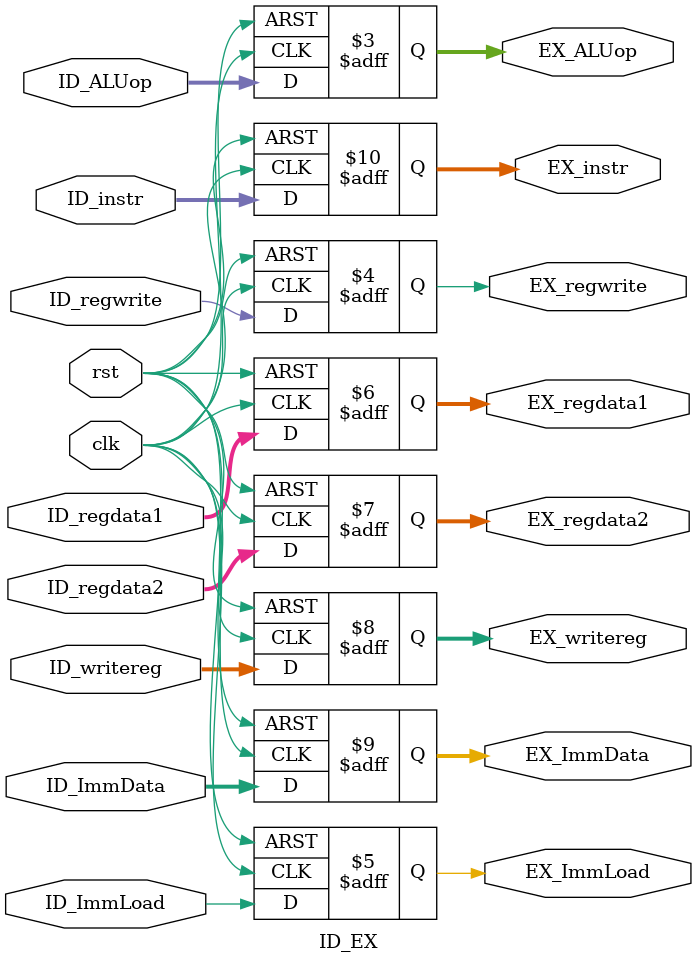
<source format=v>
`timescale 1ns / 1ps
module ID_EX(
	input wire [7:0] ID_instr,
	input wire clk, rst,
	input wire [3:0] ID_ALUop, 
	input wire ID_regwrite, ID_ImmLoad,
	input wire [7:0] ID_regdata1, ID_regdata2,
	input wire [2:0] ID_writereg, 
	input wire [7:0] ID_ImmData,
	output reg [3:0] EX_ALUop, 
	output reg EX_regwrite, EX_ImmLoad,
	output reg [7:0] EX_regdata1, EX_regdata2,
	output reg [2:0] EX_writereg,
	output reg [7:0] EX_ImmData,
	output reg [7:0] EX_instr
    );
	 
	 always @(posedge clk, negedge rst) begin
		if(!rst) begin
			EX_ALUop <= 0;
			EX_regwrite <= 0;
			EX_regdata1 <= 0;
			EX_regdata2 <= 0;
			EX_writereg <= 0;
			EX_ImmLoad <= 0;
			EX_ImmData <= 0;
			EX_instr <= 0;
		end
		else begin
			EX_ALUop <= ID_ALUop;
			EX_regwrite <= ID_regwrite;
			EX_regdata1 <= ID_regdata1;
			EX_regdata2 <= ID_regdata2;
			EX_writereg <= ID_writereg;
			EX_ImmLoad <= ID_ImmLoad;
			EX_ImmData <= ID_ImmData;
			EX_instr <= ID_instr;
		end
	 end


endmodule

</source>
